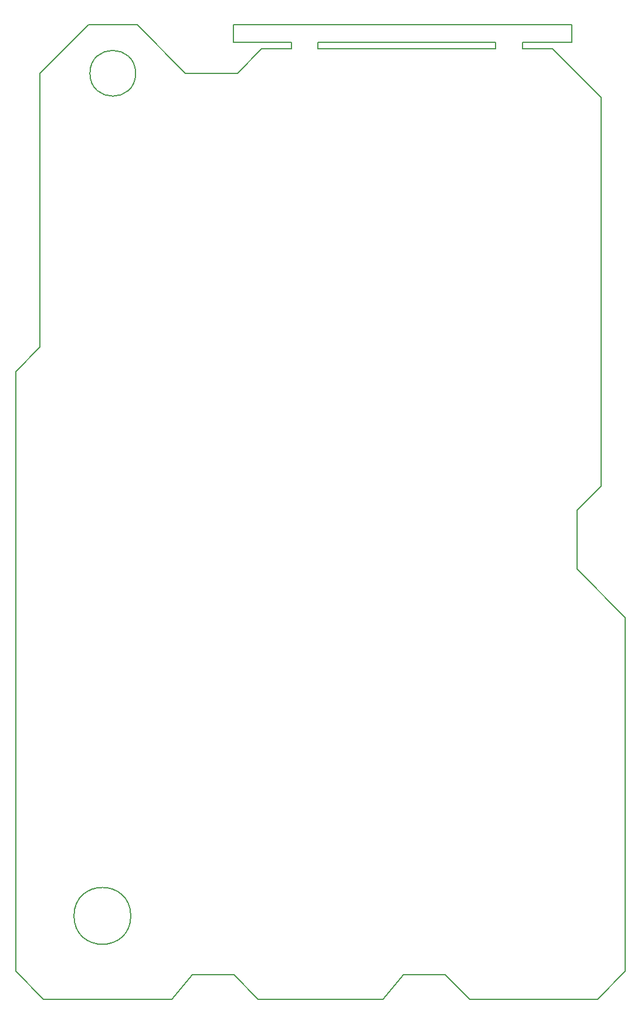
<source format=gm1>
G04 #@! TF.GenerationSoftware,KiCad,Pcbnew,5.1.4+dfsg1-1*
G04 #@! TF.CreationDate,2019-11-05T07:15:00-08:00*
G04 #@! TF.ProjectId,hadbadge2019,68616462-6164-4676-9532-3031392e6b69,rev?*
G04 #@! TF.SameCoordinates,Original*
G04 #@! TF.FileFunction,Profile,NP*
%FSLAX46Y46*%
G04 Gerber Fmt 4.6, Leading zero omitted, Abs format (unit mm)*
G04 Created by KiCad (PCBNEW 5.1.4+dfsg1-1) date 2019-11-05 07:15:00*
%MOMM*%
%LPD*%
G04 APERTURE LIST*
%ADD10C,0.150000*%
G04 APERTURE END LIST*
D10*
X152300000Y-24000000D02*
X147700000Y-24000000D01*
X152300000Y-21500000D02*
X152300000Y-24000000D01*
X147700000Y-21500000D02*
X152300000Y-21500000D01*
X117700000Y-21500000D02*
X139800000Y-21500000D01*
X103400000Y-21500000D02*
X109800000Y-21500000D01*
X103400000Y-24000000D02*
X103400000Y-21500000D01*
X109800000Y-24000000D02*
X103400000Y-24000000D01*
X141300000Y-24000000D02*
X115600000Y-24000000D01*
X115600000Y-25000000D02*
X115600000Y-24000000D01*
X141300000Y-25000000D02*
X115600000Y-25000000D01*
X111800000Y-25000000D02*
X107500000Y-25000000D01*
X145200000Y-21500000D02*
X147700000Y-21500000D01*
X139800000Y-21500000D02*
X141800000Y-21500000D01*
X147700000Y-24000000D02*
X145200000Y-24000000D01*
X145200000Y-24000000D02*
X145200000Y-25000000D01*
X141800000Y-21500000D02*
X145200000Y-21500000D01*
X141300000Y-24000000D02*
X141300000Y-25000000D01*
X149500000Y-25000000D02*
X145200000Y-25000000D01*
X111800000Y-24000000D02*
X111800000Y-25000000D01*
X115200000Y-21500000D02*
X117700000Y-21500000D01*
X109800000Y-21500000D02*
X111800000Y-21500000D01*
X111800000Y-24000000D02*
X109800000Y-24000000D01*
X111800000Y-21500000D02*
X115200000Y-21500000D01*
X88600000Y-150000000D02*
G75*
G03X88600000Y-150000000I-4100000J0D01*
G01*
X89300000Y-28500000D02*
G75*
G03X89300000Y-28500000I-3300000J0D01*
G01*
X94500000Y-162000000D02*
X76000000Y-162000000D01*
X137500000Y-162000000D02*
X156000000Y-162000000D01*
X160000000Y-107000000D02*
X160000000Y-158000000D01*
X107000000Y-162000000D02*
X125000000Y-162000000D01*
X97500000Y-158500000D02*
X94500000Y-162000000D01*
X76000000Y-162000000D02*
X72000000Y-158000000D01*
X103500000Y-158500000D02*
X97500000Y-158500000D01*
X156000000Y-162000000D02*
X160000000Y-158000000D01*
X134000000Y-158500000D02*
X128000000Y-158500000D01*
X137500000Y-162000000D02*
X134000000Y-158500000D01*
X128000000Y-158500000D02*
X125000000Y-162000000D01*
X107000000Y-162000000D02*
X103500000Y-158500000D01*
X153000000Y-100000000D02*
X160000000Y-107000000D01*
X153000000Y-91500000D02*
X153000000Y-100000000D01*
X156500000Y-88000000D02*
X153000000Y-91500000D01*
X72000000Y-71500000D02*
X72000000Y-158000000D01*
X75500000Y-68000000D02*
X72000000Y-71500000D01*
X75500000Y-28500000D02*
X75500000Y-68000000D01*
X104000000Y-28500000D02*
X96500000Y-28500000D01*
X89500000Y-21500000D02*
X96500000Y-28500000D01*
X82500000Y-21500000D02*
X89500000Y-21500000D01*
X75500000Y-28500000D02*
X82500000Y-21500000D01*
X107500000Y-25000000D02*
X104000000Y-28500000D01*
X156500000Y-32000000D02*
X149500000Y-25000000D01*
X156500000Y-88000000D02*
X156500000Y-32000000D01*
M02*

</source>
